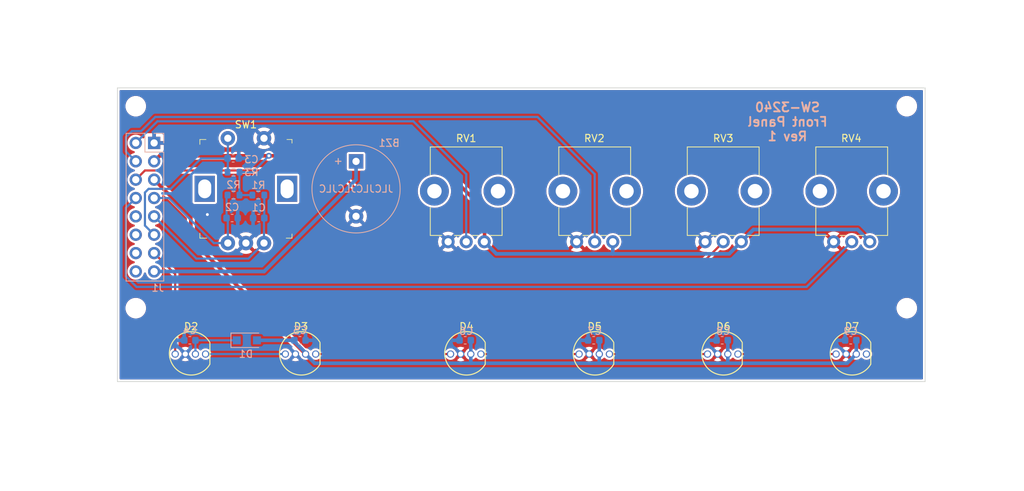
<source format=kicad_pcb>
(kicad_pcb (version 20211014) (generator pcbnew)
  (layers (0 "F.Cu" signal) (31 "B.Cu" signal) (34 "B.Paste" user) (35 "F.Paste" user) (36 "B.SilkS" user "B.Silkscreen") (37 "F.SilkS" user "F.Silkscreen") (38 "B.Mask" user) (39 "F.Mask" user) (44 "Edge.Cuts" user))
  (net 0 "")
  (net 1 "+3V3")
  (net 2 "/BUZZER")
  (net 3 "/ENC_B")
  (net 4 "GND")
  (net 5 "/ENC_A")
  (net 6 "/ENC_SW")
  (net 7 "+5V")
  (net 8 "Net-(C4-Pad2)")
  (net 9 "/LVL_1")
  (net 10 "/LVL_2")
  (net 11 "/LVL_3")
  (net 12 "Net-(D3-Pad1)")
  (net 13 "Net-(D5-Pad1)")
  (net 14 "Net-(D6-Pad1)")
  (net 15 "/LVL_4")
  (net 16 "Net-(D4-Pad1)")
  (net 17 "Net-(D2-Pad1)")
  (net 18 "/LED_DATA")
  (footprint "Potentiometer_THT:Potentiometer_Bourns_PTV09A-1_Single_Vertical" (layer "F.Cu") (at 175.347 96.347 90)
    (fp_text reference "RV3" (at 14.305 -2.5 180) (layer "F.SilkS"))
    (fp_text value "20K")
    (fp_line (start 0.88 0.87) (end 0.88 2.47) (layer "F.SilkS") (width 0.12))
    (fp_line (start 9.255 -7.47) (end 13.12 -7.47) (layer "F.SilkS") (width 0.12))
    (fp_line (start 0.88 -4.129) (end 0.88 -3.37) (layer "F.SilkS") (width 0.12))
    (fp_line (start 0.88 -1.629) (end 0.88 -0.87) (layer "F.SilkS") (width 0.12))
    (fp_line (start 0.88 -7.47) (end 0.88 -5.871) (layer "F.SilkS") (width 0.12))
    (fp_line (start 9.255 2.47) (end 13.12 2.47) (layer "F.SilkS") (width 0.12))
    (fp_line (start 13.12 -7.47) (end 13.12 2.47) (layer "F.SilkS") (width 0.12))
    (fp_line (start 0.88 -7.47) (end 4.745 -7.47) (layer "F.SilkS") (width 0.12))
    (fp_line (start 0.88 2.47) (end 4.745 2.47) (layer "F.SilkS") (width 0.12))
    (pad "" np_thru_hole circle locked (at 7 -6.9 90) (size 4 4) (drill 2) (layers *.Cu *.Mask))
    (pad "" np_thru_hole circle locked (at 7 1.9 90) (size 4 4) (drill 2) (layers *.Cu *.Mask))
    (pad "1" thru_hole circle locked (at 0 0 90) (size 1.8 1.8) (drill 1) (layers *.Cu *.Mask) (net 1 "+3V3"))
    (pad "2" thru_hole circle locked (at 0 -2.5 90) (size 1.8 1.8) (drill 1) (layers *.Cu *.Mask) (net 11 "/LVL_3"))
    (pad "3" thru_hole circle locked (at 0 -5 90) (size 1.8 1.8) (drill 1) (layers *.Cu *.Mask) (net 4 "GND"))
  )
  (footprint "SaawLib:Rotary_Encoder_Switched_PEC11R" (layer "F.Cu") (at 101.107 89.027)
    (fp_text reference "SW1" (at 5.7 -8.89 180) (layer "F.SilkS"))
    (fp_text value "PEC11R-4225F-S0024")
    (fp_line (start 0.275 6.825) (end -0.675 6.825) (layer "F.SilkS") (width 0.1))
    (fp_line (start -0.675 6.825) (end -0.675 6.15) (layer "F.SilkS") (width 0.1))
    (fp_line (start 12.075 6.25) (end 12.075 6.825) (layer "F.SilkS") (width 0.1))
    (fp_line (start -0.675 -6.825) (end -0.675 -6.15) (layer "F.SilkS") (width 0.1))
    (fp_line (start 0.175 -6.825) (end -0.675 -6.825) (layer "F.SilkS") (width 0.1))
    (fp_line (start 11.375 -6.825) (end 12.075 -6.825) (layer "F.SilkS") (width 0.1))
    (fp_line (start 12.075 6.825) (end 11.275 6.825) (layer "F.SilkS") (width 0.1))
    (fp_line (start 12.075 -6.825) (end 12.075 -6.325) (layer "F.SilkS") (width 0.1))
    (pad "3" thru_hole rect locked (at 0 0) (size 2.8 3.6) (drill oval 1.8 2.6) (layers *.Cu *.Mask))
    (pad "3" thru_hole rect locked (at 11.4 0) (size 2.8 3.6) (drill oval 1.8 2.6) (layers *.Cu *.Mask))
    (pad "A" thru_hole circle locked (at 3.2 7.5) (size 2 2) (drill 1) (layers *.Cu *.Mask) (net 5 "/ENC_A"))
    (pad "B" thru_hole circle locked (at 8.2 7.5) (size 2 2) (drill 1) (layers *.Cu *.Mask) (net 3 "/ENC_B"))
    (pad "C" thru_hole circle locked (at 5.7 7.5) (size 2 2) (drill 1) (layers *.Cu *.Mask) (net 4 "GND"))
    (pad "S1" thru_hole circle locked (at 3.2 -7) (size 2 2) (drill 1) (layers *.Cu *.Mask) (net 6 "/ENC_SW"))
    (pad "S2" thru_hole circle locked (at 8.2 -7) (size 2 2) (drill 1) (layers *.Cu *.Mask) (net 4 "GND"))
  )
  (footprint "Potentiometer_THT:Potentiometer_Bourns_PTV09A-1_Single_Vertical" (layer "F.Cu") (at 139.787 96.347 90)
    (fp_text reference "RV1" (at 14.305 -2.5 180) (layer "F.SilkS"))
    (fp_text value "20K")
    (fp_line (start 9.255 -7.47) (end 13.12 -7.47) (layer "F.SilkS") (width 0.12))
    (fp_line (start 0.88 2.47) (end 4.745 2.47) (layer "F.SilkS") (width 0.12))
    (fp_line (start 0.88 -1.629) (end 0.88 -0.87) (layer "F.SilkS") (width 0.12))
    (fp_line (start 9.255 2.47) (end 13.12 2.47) (layer "F.SilkS") (width 0.12))
    (fp_line (start 0.88 -4.129) (end 0.88 -3.37) (layer "F.SilkS") (width 0.12))
    (fp_line (start 13.12 -7.47) (end 13.12 2.47) (layer "F.SilkS") (width 0.12))
    (fp_line (start 0.88 -7.47) (end 0.88 -5.871) (layer "F.SilkS") (width 0.12))
    (fp_line (start 0.88 0.87) (end 0.88 2.47) (layer "F.SilkS") (width 0.12))
    (fp_line (start 0.88 -7.47) (end 4.745 -7.47) (layer "F.SilkS") (width 0.12))
    (pad "" np_thru_hole circle locked (at 7 -6.9 90) (size 4 4) (drill 2) (layers *.Cu *.Mask))
    (pad "" np_thru_hole circle locked (at 7 1.9 90) (size 4 4) (drill 2) (layers *.Cu *.Mask))
    (pad "1" thru_hole circle locked (at 0 0 90) (size 1.8 1.8) (drill 1) (layers *.Cu *.Mask) (net 1 "+3V3"))
    (pad "2" thru_hole circle locked (at 0 -2.5 90) (size 1.8 1.8) (drill 1) (layers *.Cu *.Mask) (net 9 "/LVL_1"))
    (pad "3" thru_hole circle locked (at 0 -5 90) (size 1.8 1.8) (drill 1) (layers *.Cu *.Mask) (net 4 "GND"))
  )
  (footprint "SaawLib:WS2812D-F5" (layer "F.Cu") (at 99.187 111.887)
    (fp_text reference "D2" (at 0.035 -3.81) (layer "F.SilkS"))
    (fp_text value "WS2812D")
    (fp_line (start 2.635 -1.5) (end 2.635 1.4) (layer "F.SilkS") (width 0.15))
    (fp_arc (start 2.608907 1.444345) (mid -2.966556 -0.125726) (end 2.635 -1.6) (layer "F.SilkS") (width 0.15))
    (pad "1" thru_hole circle locked (at 2.035 0) (size 1 1) (drill 0.7) (layers *.Cu *.Mask) (net 17 "Net-(D2-Pad1)"))
    (pad "2" thru_hole circle locked (at 0.635 0) (size 1 1) (drill 0.7) (layers *.Cu *.Mask) (net 8 "Net-(C4-Pad2)"))
    (pad "3" thru_hole circle locked (at -0.765 0) (size 1 1) (drill 0.7) (layers *.Cu *.Mask) (net 4 "GND"))
    (pad "4" thru_hole circle locked (at -2.165 0) (size 1 1) (drill 0.7) (layers *.Cu *.Mask) (net 18 "/LED_DATA"))
  )
  (footprint "SaawLib:WS2812D-F5" (layer "F.Cu") (at 114.427 111.887)
    (fp_text reference "D3" (at 0 -3.81) (layer "F.SilkS"))
    (fp_text value "WS2812D")
    (fp_line (start 2.635 -1.5) (end 2.635 1.4) (layer "F.SilkS") (width 0.15))
    (fp_arc (start 2.608907 1.444345) (mid -2.966556 -0.125726) (end 2.635 -1.6) (layer "F.SilkS") (width 0.15))
    (pad "1" thru_hole circle locked (at 2.035 0) (size 1 1) (drill 0.7) (layers *.Cu *.Mask) (net 12 "Net-(D3-Pad1)"))
    (pad "2" thru_hole circle locked (at 0.635 0) (size 1 1) (drill 0.7) (layers *.Cu *.Mask) (net 7 "+5V"))
    (pad "3" thru_hole circle locked (at -0.765 0) (size 1 1) (drill 0.7) (layers *.Cu *.Mask) (net 4 "GND"))
    (pad "4" thru_hole circle locked (at -2.165 0) (size 1 1) (drill 0.7) (layers *.Cu *.Mask) (net 17 "Net-(D2-Pad1)"))
  )
  (footprint "Potentiometer_THT:Potentiometer_Bourns_PTV09A-1_Single_Vertical" (layer "F.Cu") (at 157.567 96.347 90)
    (fp_text reference "RV2" (at 14.305 -2.556861 180) (layer "F.SilkS"))
    (fp_text value "20K")
    (fp_line (start 0.88 -1.629) (end 0.88 -0.87) (layer "F.SilkS") (width 0.12))
    (fp_line (start 0.88 2.47) (end 4.745 2.47) (layer "F.SilkS") (width 0.12))
    (fp_line (start 9.255 -7.47) (end 13.12 -7.47) (layer "F.SilkS") (width 0.12))
    (fp_line (start 0.88 -7.47) (end 4.745 -7.47) (layer "F.SilkS") (width 0.12))
    (fp_line (start 13.12 -7.47) (end 13.12 2.47) (layer "F.SilkS") (width 0.12))
    (fp_line (start 0.88 -4.129) (end 0.88 -3.37) (layer "F.SilkS") (width 0.12))
    (fp_line (start 0.88 0.87) (end 0.88 2.47) (layer "F.SilkS") (width 0.12))
    (fp_line (start 0.88 -7.47) (end 0.88 -5.871) (layer "F.SilkS") (width 0.12))
    (fp_line (start 9.255 2.47) (end 13.12 2.47) (layer "F.SilkS") (width 0.12))
    (pad "" np_thru_hole circle locked (at 7 -6.9 90) (size 4 4) (drill 2) (layers *.Cu *.Mask))
    (pad "" np_thru_hole circle locked (at 7 1.9 90) (size 4 4) (drill 2) (layers *.Cu *.Mask))
    (pad "1" thru_hole circle locked (at 0 0 90) (size 1.8 1.8) (drill 1) (layers *.Cu *.Mask) (net 1 "+3V3"))
    (pad "2" thru_hole circle locked (at 0 -2.5 90) (size 1.8 1.8) (drill 1) (layers *.Cu *.Mask) (net 10 "/LVL_2"))
    (pad "3" thru_hole circle locked (at 0 -5 90) (size 1.8 1.8) (drill 1) (layers *.Cu *.Mask) (net 4 "GND"))
  )
  (footprint "SaawLib:WS2812D-F5" (layer "F.Cu") (at 137.287 111.887)
    (fp_text reference "D4" (at 0.035 -3.81) (layer "F.SilkS"))
    (fp_text value "WS2812D")
    (fp_line (start 2.635 -1.5) (end 2.635 1.4) (layer "F.SilkS") (width 0.15))
    (fp_arc (start 2.608907 1.444345) (mid -2.966556 -0.125726) (end 2.635 -1.6) (layer "F.SilkS") (width 0.15))
    (pad "1" thru_hole circle locked (at 2.035 0) (size 1 1) (drill 0.7) (layers *.Cu *.Mask) (net 16 "Net-(D4-Pad1)"))
    (pad "2" thru_hole circle locked (at 0.635 0) (size 1 1) (drill 0.7) (layers *.Cu *.Mask) (net 7 "+5V"))
    (pad "3" thru_hole circle locked (at -0.765 0) (size 1 1) (drill 0.7) (layers *.Cu *.Mask) (net 4 "GND"))
    (pad "4" thru_hole circle locked (at -2.165 0) (size 1 1) (drill 0.7) (layers *.Cu *.Mask) (net 12 "Net-(D3-Pad1)"))
  )
  (footprint "Potentiometer_THT:Potentiometer_Bourns_PTV09A-1_Single_Vertical" (layer "F.Cu") (at 193.127 96.347 90)
    (fp_text reference "RV4" (at 14.305 -2.556861 180) (layer "F.SilkS"))
    (fp_text value "20K")
    (fp_line (start 0.88 -4.129) (end 0.88 -3.37) (layer "F.SilkS") (width 0.12))
    (fp_line (start 0.88 -7.47) (end 4.745 -7.47) (layer "F.SilkS") (width 0.12))
    (fp_line (start 0.88 -7.47) (end 0.88 -5.871) (layer "F.SilkS") (width 0.12))
    (fp_line (start 9.255 -7.47) (end 13.12 -7.47) (layer "F.SilkS") (width 0.12))
    (fp_line (start 0.88 0.87) (end 0.88 2.47) (layer "F.SilkS") (width 0.12))
    (fp_line (start 9.255 2.47) (end 13.12 2.47) (layer "F.SilkS") (width 0.12))
    (fp_line (start 0.88 2.47) (end 4.745 2.47) (layer "F.SilkS") (width 0.12))
    (fp_line (start 0.88 -1.629) (end 0.88 -0.87) (layer "F.SilkS") (width 0.12))
    (fp_line (start 13.12 -7.47) (end 13.12 2.47) (layer "F.SilkS") (width 0.12))
    (pad "" np_thru_hole circle locked (at 7 -6.9 90) (size 4 4) (drill 2) (layers *.Cu *.Mask))
    (pad "" np_thru_hole circle locked (at 7 1.9 90) (size 4 4) (drill 2) (layers *.Cu *.Mask))
    (pad "1" thru_hole circle locked (at 0 0 90) (size 1.8 1.8) (drill 1) (layers *.Cu *.Mask) (net 1 "+3V3"))
    (pad "2" thru_hole circle locked (at 0 -2.5 90) (size 1.8 1.8) (drill 1) (layers *.Cu *.Mask) (net 15 "/LVL_4"))
    (pad "3" thru_hole circle locked (at 0 -5 90) (size 1.8 1.8) (drill 1) (layers *.Cu *.Mask) (net 4 "GND"))
  )
  (footprint "SaawLib:WS2812D-F5" (layer "F.Cu") (at 155.067 111.887)
    (fp_text reference "D5" (at 0 -3.81) (layer "F.SilkS"))
    (fp_text value "WS2812D")
    (fp_line (start 2.635 -1.5) (end 2.635 1.4) (layer "F.SilkS") (width 0.15))
    (fp_arc (start 2.608907 1.444345) (mid -2.966556 -0.125726) (end 2.635 -1.6) (layer "F.SilkS") (width 0.15))
    (pad "1" thru_hole circle locked (at 2.035 0) (size 1 1) (drill 0.7) (layers *.Cu *.Mask) (net 13 "Net-(D5-Pad1)"))
    (pad "2" thru_hole circle locked (at 0.635 0) (size 1 1) (drill 0.7) (layers *.Cu *.Mask) (net 7 "+5V"))
    (pad "3" thru_hole circle locked (at -0.765 0) (size 1 1) (drill 0.7) (layers *.Cu *.Mask) (net 4 "GND"))
    (pad "4" thru_hole circle locked (at -2.165 0) (size 1 1) (drill 0.7) (layers *.Cu *.Mask) (net 16 "Net-(D4-Pad1)"))
  )
  (footprint "SaawLib:WS2812D-F5" (layer "F.Cu") (at 190.627 111.887)
    (fp_text reference "D7" (at 0.035 -3.81) (layer "F.SilkS"))
    (fp_text value "WS2812D")
    (fp_line (start 2.635 -1.5) (end 2.635 1.4) (layer "F.SilkS") (width 0.15))
    (fp_arc (start 2.608907 1.444345) (mid -2.966556 -0.125726) (end 2.635 -1.6) (layer "F.SilkS") (width 0.15))
    (pad "1" thru_hole circle locked (at 2.035 0) (size 1 1) (drill 0.7) (layers *.Cu *.Mask))
    (pad "2" thru_hole circle locked (at 0.635 0) (size 1 1) (drill 0.7) (layers *.Cu *.Mask) (net 7 "+5V"))
    (pad "3" thru_hole circle locked (at -0.765 0) (size 1 1) (drill 0.7) (layers *.Cu *.Mask) (net 4 "GND"))
    (pad "4" thru_hole circle locked (at -2.165 0) (size 1 1) (drill 0.7) (layers *.Cu *.Mask) (net 14 "Net-(D6-Pad1)"))
  )
  (footprint "SaawLib:WS2812D-F5" (layer "F.Cu") (at 172.847 111.887)
    (fp_text reference "D6" (at 0.035 -3.81) (layer "F.SilkS"))
    (fp_text value "WS2812D")
    (fp_line (start 2.635 -1.5) (end 2.635 1.4) (layer "F.SilkS") (width 0.15))
    (fp_arc (start 2.608907 1.444345) (mid -2.966556 -0.125726) (end 2.635 -1.6) (layer "F.SilkS") (width 0.15))
    (pad "1" thru_hole circle locked (at 2.035 0) (size 1 1) (drill 0.7) (layers *.Cu *.Mask) (net 14 "Net-(D6-Pad1)"))
    (pad "2" thru_hole circle locked (at 0.635 0) (size 1 1) (drill 0.7) (layers *.Cu *.Mask) (net 7 "+5V"))
    (pad "3" thru_hole circle locked (at -0.765 0) (size 1 1) (drill 0.7) (layers *.Cu *.Mask) (net 4 "GND"))
    (pad "4" thru_hole circle locked (at -2.165 0) (size 1 1) (drill 0.7) (layers *.Cu *.Mask) (net 13 "Net-(D5-Pad1)"))
  )
  (footprint "Diode_SMD:D_SOD-123F" (layer "B.Cu") (at 106.934 109.982)
    (fp_text reference "D1" (at -0.127 1.905) (layer "B.SilkS") (effects (justify mirror)))
    (fp_text value "MBR120")
    (fp_line (start -2.2 -1) (end 1.65 -1) (layer "B.SilkS") (width 0.12))
    (fp_line (start -2.2 1) (end 1.65 1) (layer "B.SilkS") (width 0.12))
    (fp_line (start -2.2 1) (end -2.2 -1) (layer "B.SilkS") (width 0.12))
    (pad "1" smd rect locked (at -1.4 0) (size 1.1 1.1) (layers "B.Cu" "B.Paste" "B.Mask") (net 8 "Net-(C4-Pad2)"))
    (pad "2" smd rect locked (at 1.4 0) (size 1.1 1.1) (layers "B.Cu" "B.Paste" "B.Mask") (net 7 "+5V"))
  )
  (footprint "Resistor_SMD:R_0603_1608Metric" (layer "B.Cu") (at 105.092 89.892 180)
    (fp_text reference "R2" (at 0 1.43) (layer "B.SilkS") (effects (justify mirror)))
    (fp_text value "10K")
    (fp_line (start -0.237258 -0.5225) (end 0.237258 -0.5225) (layer "B.SilkS") (width 0.12))
    (fp_line (start -0.237258 0.5225) (end 0.237258 0.5225) (layer "B.SilkS") (width 0.12))
    (pad "1" smd roundrect locked (at -0.825 0 180) (size 0.8 0.95) (layers "B.Cu" "B.Paste" "B.Mask") (net 1 "+3V3"))
    (pad "2" smd roundrect locked (at 0.825 0 180) (size 0.8 0.95) (layers "B.Cu" "B.Paste" "B.Mask") (net 5 "/ENC_A"))
  )
  (footprint "Resistor_SMD:R_0603_1608Metric" (layer "B.Cu") (at 108.522 89.892)
    (fp_text reference "R1" (at 0 -1.373) (layer "B.SilkS") (effects (justify mirror)))
    (fp_text value "10K")
    (fp_line (start -0.237258 -0.5225) (end 0.237258 -0.5225) (layer "B.SilkS") (width 0.12))
    (fp_line (start -0.237258 0.5225) (end 0.237258 0.5225) (layer "B.SilkS") (width 0.12))
    (pad "1" smd roundrect locked (at -0.825 0) (size 0.8 0.95) (layers "B.Cu" "B.Paste" "B.Mask") (net 1 "+3V3"))
    (pad "2" smd roundrect locked (at 0.825 0) (size 0.8 0.95) (layers "B.Cu" "B.Paste" "B.Mask") (net 3 "/ENC_B"))
  )
  (footprint "Capacitor_SMD:C_0603_1608Metric" (layer "B.Cu") (at 137.147 109.982)
    (fp_text reference "C6" (at 0.14058 -1.27) (layer "B.SilkS") (effects (justify mirror)))
    (fp_text value "100nF")
    (fp_line (start -0.14058 -0.51) (end 0.14058 -0.51) (layer "B.SilkS") (width 0.12))
    (fp_line (start -0.14058 0.51) (end 0.14058 0.51) (layer "B.SilkS") (width 0.12))
    (pad "1" smd roundrect locked (at -0.775 0) (size 0.9 0.95) (layers "B.Cu" "B.Paste" "B.Mask") (net 4 "GND"))
    (pad "2" smd roundrect locked (at 0.775 0) (size 0.9 0.95) (layers "B.Cu" "B.Paste" "B.Mask") (net 7 "+5V"))
  )
  (footprint "MountingHole:MountingHole_2.2mm_M2" (layer "B.Cu") (at 91.567 105.537 180)
    (fp_text reference "H2" hide)
    (fp_text value "MountingHole")
    (pad "" np_thru_hole circle locked (at 0 0 180) (size 2.2 2.2) (drill 2.2) (layers *.Cu *.Mask))
  )
  (footprint "Capacitor_SMD:C_0603_1608Metric" (layer "B.Cu") (at 104.902 93.067)
    (fp_text reference "C2" (at 0 -1.5) (layer "B.SilkS") (effects (justify mirror)))
    (fp_text value "10nF")
    (fp_line (start -0.14058 -0.51) (end 0.14058 -0.51) (layer "B.SilkS") (width 0.12))
    (fp_line (start -0.14058 0.51) (end 0.14058 0.51) (layer "B.SilkS") (width 0.12))
    (pad "1" smd roundrect locked (at -0.775 0) (size 0.9 0.95) (layers "B.Cu" "B.Paste" "B.Mask") (net 5 "/ENC_A"))
    (pad "2" smd roundrect locked (at 0.775 0) (size 0.9 0.95) (layers "B.Cu" "B.Paste" "B.Mask") (net 4 "GND"))
  )
  (footprint "Capacitor_SMD:C_0603_1608Metric" (layer "B.Cu") (at 172.707 109.982)
    (fp_text reference "C8" (at 0.14 -1.27) (layer "B.SilkS") (effects (justify mirror)))
    (fp_text value "100nF")
    (fp_line (start -0.14058 -0.51) (end 0.14058 -0.51) (layer "B.SilkS") (width 0.12))
    (fp_line (start -0.14058 0.51) (end 0.14058 0.51) (layer "B.SilkS") (width 0.12))
    (pad "1" smd roundrect locked (at -0.775 0) (size 0.9 0.95) (layers "B.Cu" "B.Paste" "B.Mask") (net 4 "GND"))
    (pad "2" smd roundrect locked (at 0.775 0) (size 0.9 0.95) (layers "B.Cu" "B.Paste" "B.Mask") (net 7 "+5V"))
  )
  (footprint "Capacitor_SMD:C_0603_1608Metric" (layer "B.Cu") (at 154.927 109.982)
    (fp_text reference "C7" (at 0.14 -1.27) (layer "B.SilkS") (effects (justify mirror)))
    (fp_text value "100nF")
    (fp_line (start -0.14058 -0.51) (end 0.14058 -0.51) (layer "B.SilkS") (width 0.12))
    (fp_line (start -0.14058 0.51) (end 0.14058 0.51) (layer "B.SilkS") (width 0.12))
    (pad "1" smd roundrect locked (at -0.775 0) (size 0.9 0.95) (layers "B.Cu" "B.Paste" "B.Mask") (net 4 "GND"))
    (pad "2" smd roundrect locked (at 0.775 0) (size 0.9 0.95) (layers "B.Cu" "B.Paste" "B.Mask") (net 7 "+5V"))
  )
  (footprint "Capacitor_SMD:C_0603_1608Metric" (layer "B.Cu") (at 108.572 93.067 180)
    (fp_text reference "C1" (at 0 1.43) (layer "B.SilkS") (effects (justify mirror)))
    (fp_text value "10nF")
    (fp_line (start -0.14058 -0.51) (end 0.14058 -0.51) (layer "B.SilkS") (width 0.12))
    (fp_line (start -0.14058 0.51) (end 0.14058 0.51) (layer "B.SilkS") (width 0.12))
    (pad "1" smd roundrect locked (at -0.775 0 180) (size 0.9 0.95) (layers "B.Cu" "B.Paste" "B.Mask") (net 3 "/ENC_B"))
    (pad "2" smd roundrect locked (at 0.775 0 180) (size 0.9 0.95) (layers "B.Cu" "B.Paste" "B.Mask") (net 4 "GND"))
  )
  (footprint "Capacitor_SMD:C_0603_1608Metric" (layer "B.Cu") (at 99.047 109.982)
    (fp_text reference "C4" (at 0 -1.397) (layer "B.SilkS") (effects (justify mirror)))
    (fp_text value "100nF")
    (fp_line (start -0.14058 -0.51) (end 0.14058 -0.51) (layer "B.SilkS") (width 0.12))
    (fp_line (start -0.14058 0.51) (end 0.14058 0.51) (layer "B.SilkS") (width 0.12))
    (pad "1" smd roundrect locked (at -0.775 0) (size 0.9 0.95) (layers "B.Cu" "B.Paste" "B.Mask") (net 4 "GND"))
    (pad "2" smd roundrect locked (at 0.775 0) (size 0.9 0.95) (layers "B.Cu" "B.Paste" "B.Mask") (net 8 "Net-(C4-Pad2)"))
  )
  (footprint "Connector_PinHeader_2.54mm:PinHeader_2x08_P2.54mm_Vertical" (layer "B.Cu") (at 94.107 82.677 180)
    (fp_text reference "J1" (at -0.508 -20.066) (layer "B.SilkS") (effects (justify mirror)))
    (fp_text value "MAIN_BOARD")
    (fp_line (start -1.33 1.33) (end 0 1.33) (layer "B.SilkS") (width 0.12))
    (fp_line (start 1.27 1.33) (end 3.87 1.33) (layer "B.SilkS") (width 0.12))
    (fp_line (start -1.33 -19.11) (end 3.87 -19.11) (layer "B.SilkS") (width 0.12))
    (fp_line (start 1.27 -1.27) (end 1.27 1.33) (layer "B.SilkS") (width 0.12))
    (fp_line (start 3.87 1.33) (end 3.87 -19.11) (layer "B.SilkS") (width 0.12))
    (fp_line (start -1.33 -1.27) (end 1.27 -1.27) (layer "B.SilkS") (width 0.12))
    (fp_line (start -1.33 0) (end -1.33 1.33) (layer "B.SilkS") (width 0.12))
    (fp_line (start -1.33 -1.27) (end -1.33 -19.11) (layer "B.SilkS") (width 0.12))
    (pad "1" thru_hole rect locked (at 0 0 180) (size 1.7 1.7) (drill 1) (layers *.Cu *.Mask) (net 4 "GND"))
    (pad "2" thru_hole oval locked (at 2.54 0 180) (size 1.7 1.7) (drill 1) (layers *.Cu *.Mask) (net 9 "/LVL_1"))
    (pad "3" thru_hole oval locked (at 0 -2.54 180) (size 1.7 1.7) (drill 1) (layers *.Cu *.Mask) (net 1 "+3V3"))
    (pad "4" thru_hole oval locked (at 2.54 -2.54 180) (size 1.7 1.7) (drill 1) (layers *.Cu *.Mask) (net 10 "/LVL_2"))
    (pad "5" thru_hole oval locked (at 0 -5.08 180) (size 1.7 1.7) (drill 1) (layers *.Cu *.Mask) (net 7 "+5V"))
    (pad "6" thru_hole oval locked (at 2.54 -5.08 180) (size 1.7 1.7) (drill 1) (layers *.Cu *.Mask) (net 11 "/LVL_3"))
    (pad "7" thru_hole oval locked (at 0 -7.62 180) (size 1.7 1.7) (drill 1) (layers *.Cu *.Mask) (net 5 "/ENC_A"))
    (pad "8" thru_hole oval locked (at 2.54 -7.62 180) (size 1.7 1.7) (drill 1) (layers *.Cu *.Mask) (net 15 "/LVL_4"))
    (pad "9" thru_hole oval locked (at 0 -10.16 180) (size 1.7 1.7) (drill 1) (layers *.Cu *.Mask) (net 3 "/ENC_B"))
    (pad "10" thru_hole oval locked (at 2.54 -10.16 180) (size 1.7 1.7) (drill 1) (layers *.Cu *.Mask))
    (pad "11" thru_hole oval locked (at 0 -12.7 180) (size 1.7 1.7) (drill 1) (layers *.Cu *.Mask) (net 6 "/ENC_SW"))
    (pad "12" thru_hole oval locked (at 2.54 -12.7 180) (size 1.7 1.7) (drill 1) (layers *.Cu *.Mask))
    (pad "13" thru_hole oval locked (at 0 -15.24 180) (size 1.7 1.7) (drill 1) (layers *.Cu *.Mask) (net 18 "/LED_DATA"))
    (pad "14" thru_hole oval locked (at 2.54 -15.24 180) (size 1.7 1.7) (drill 1) (layers *.Cu *.Mask))
    (pad "15" thru_hole oval locked (at 0 -17.78 180) (size 1.7 1.7) (drill 1) (layers *.Cu *.Mask) (net 2 "/BUZZER"))
    (pad "16" thru_hole oval locked (at 2.54 -17.78 180) (size 1.7 1.7) (drill 1) (layers *.Cu *.Mask))
  )
  (footprint "MountingHole:MountingHole_2.2mm_M2" (layer "B.Cu") (at 198.247 105.537 180)
    (fp_text reference "H1" hide)
    (fp_text value "MountingHole")
    (pad "" np_thru_hole circle locked (at 0 0 180) (size 2.2 2.2) (drill 2.2) (layers *.Cu *.Mask))
  )
  (footprint "Resistor_SMD:R_0603_1608Metric" (layer "B.Cu") (at 105.092 86.717 180)
    (fp_text reference "R3" (at -2.477 -0.024) (layer "B.SilkS") (effects (justify mirror)))
    (fp_text value "10K")
    (fp_line (start -0.237258 -0.5225) (end 0.237258 -0.5225) (layer "B.SilkS") (width 0.12))
    (fp_line (start -0.237258 0.5225) (end 0.237258 0.5225) (layer "B.SilkS") (width 0.12))
    (pad "1" smd roundrect locked (at -0.825 0 180) (size 0.8 0.95) (layers "B.Cu" "B.Paste" "B.Mask") (net 1 "+3V3"))
    (pad "2" smd roundrect locked (at 0.825 0 180) (size 0.8 0.95) (layers "B.Cu" "B.Paste" "B.Mask") (net 6 "/ENC_SW"))
  )
  (footprint "Capacitor_SMD:C_0603_1608Metric" (layer "B.Cu") (at 105.042 84.812)
    (fp_text reference "C3" (at 2.527 0.151) (layer "B.SilkS") (effects (justify mirror)))
    (fp_text value "10nF")
    (fp_line (start -0.14058 0.51) (end 0.14058 0.51) (layer "B.SilkS") (width 0.12))
    (fp_line (start -0.14058 -0.51) (end 0.14058 -0.51) (layer "B.SilkS") (width 0.12))
    (pad "1" smd roundrect locked (at -0.775 0) (size 0.9 0.95) (layers "B.Cu" "B.Paste" "B.Mask") (net 6 "/ENC_SW"))
    (pad "2" smd roundrect locked (at 0.775 0) (size 0.9 0.95) (layers "B.Cu" "B.Paste" "B.Mask") (net 4 "GND"))
  )
  (footprint "Capacitor_SMD:C_0603_1608Metric" (layer "B.Cu") (at 190.487 109.982)
    (fp_text reference "C9" (at 0 -1.27) (layer "B.SilkS") (effects (justify mirror)))
    (fp_text value "100nF")
    (fp_line (start -0.14058 -0.51) (end 0.14058 -0.51) (layer "B.SilkS") (width 0.12))
    (fp_line (start -0.14058 0.51) (end 0.14058 0.51) (layer "B.SilkS") (width 0.12))
    (pad "1" smd roundrect locked (at -0.775 0) (size 0.9 0.95) (layers "B.Cu" "B.Paste" "B.Mask") (net 4 "GND"))
    (pad "2" smd roundrect locked (at 0.775 0) (size 0.9 0.95) (layers "B.Cu" "B.Paste" "B.Mask") (net 7 "+5V"))
  )
  (footprint "MountingHole:MountingHole_2.2mm_M2" (layer "B.Cu") (at 91.567 77.597 180)
    (fp_text reference "H3" hide)
    (fp_text value "MountingHole")
    (pad "" np_thru_hole circle locked (at 0 0 180) (size 2.2 2.2) (drill 2.2) (layers *.Cu *.Mask))
  )
  (footprint "MountingHole:MountingHole_2.2mm_M2" (layer "B.Cu") (at 198.247 77.597 180)
    (fp_text reference "H4" hide)
    (fp_text value "MountingHole")
    (pad "" np_thru_hole circle locked (at 0 0 180) (size 2.2 2.2) (drill 2.2) (layers *.Cu *.Mask))
  )
  (footprint "Buzzer_Beeper:Buzzer_12x9.5RM7.6" (layer "B.Cu") (at 122.047 85.227 -90)
    (fp_text reference "BZ1" (at -2.54 -4.572) (layer "B.SilkS") (effects (justify mirror)))
    (fp_text value "Buzzer")
    (fp_text user "+" (at -0.01 2.54 90) (layer "B.SilkS") (effects (justify mirror)))
    (fp_circle (center 3.8 0) (end 9.9 0) (layer "B.SilkS") (width 0.12) (fill none))
    (pad "1" thru_hole rect locked (at 0 0 270) (size 2 2) (drill 1) (layers *.Cu *.Mask) (net 2 "/BUZZER"))
    (pad "2" thru_hole circle locked (at 7.6 0 270) (size 2 2) (drill 1) (layers *.Cu *.Mask) (net 4 "GND"))
  )
  (footprint "Capacitor_SMD:C_0603_1608Metric" (layer "B.Cu") (at 114.287 109.982 180)
    (fp_text reference "C5" (at -0.00726 1.382387) (layer "B.SilkS") (effects (justify mirror)))
    (fp_text value "100nF")
    (fp_line (start -0.14058 -0.51) (end 0.14058 -0.51) (layer "B.SilkS") (width 0.12))
    (fp_line (start -0.14058 0.51) (end 0.14058 0.51) (layer "B.SilkS") (width 0.12))
    (pad "1" smd roundrect locked (at -0.775 0 180) (size 0.9 0.95) (layers "B.Cu" "B.Paste" "B.Mask") (net 4 "GND"))
    (pad "2" smd roundrect locked (at 0.775 0 180) (size 0.9 0.95) (layers "B.Cu" "B.Paste" "B.Mask") (net 7 "+5V"))
  )
  (gr_line (start 200.787 75.057) (end 89.027 75.057) (layer "Edge.Cuts") (width 0.1))
  (gr_line (start 200.787 75.057) (end 200.787 115.697) (layer "Edge.Cuts") (width 0.1))
  (gr_line (start 89.027 115.697) (end 89.027 75.057) (layer "Edge.Cuts") (width 0.1))
  (gr_line (start 89.027 115.697) (end 200.787 115.697) (layer "Edge.Cuts") (width 0.1))
  (gr_text "JLCJLCJLCJLC" (at 122.047 89.027) (layer "B.SilkS") (effects (font (size 1 1)) (justify mirror)))
  (gr_text "SW-3240\nFront Panel\nRev 1" (at 181.737 79.756) (layer "B.SilkS") (effects (font (size 1.25 1.25) (thickness 0.25)) (justify mirror)))
  (segment (start 130.302 82.423) (end 113.157 82.423) (width 0.5) (layer "F.Cu") (net 1))
  (segment (start 111.125 84.455) (end 94.869 84.455) (width 0.5) (layer "F.Cu") (net 1))
  (segment (start 139.827 91.948) (end 130.302 82.423) (width 0.5) (layer "F.Cu") (net 1))
  (segment (start 113.157 82.423) (end 111.125 84.455) (width 0.5) (layer "F.Cu") (net 1))
  (segment (start 94.869 84.455) (end 94.107 85.217) (width 0.5) (layer "F.Cu") (net 1))
  (segment (start 139.827 96.307) (end 139.827 91.948) (width 0.5) (layer "F.Cu") (net 1))
  (segment (start 139.787 96.347) (end 139.827 96.307) (width 0.5) (layer "F.Cu") (net 1))
  (via (at 109.982 84.453667) (size 0.8) (drill 0.4) (layers "F.Cu" "B.Cu") (net 1))
  (segment (start 191.43433 94.65433) (end 193.127 96.347) (width 0.5) (layer "B.Cu") (net 1))
  (segment (start 157.567 96.347) (end 157.567 98.017113) (width 0.5) (layer "B.Cu") (net 1))
  (segment (start 177.03967 94.65433) (end 191.43433 94.65433) (width 0.5) (layer "B.Cu") (net 1))
  (segment (start 109.982 84.463737) (end 109.982 84.453667) (width 0.3) (layer "B.Cu") (net 1))
  (segment (start 139.787 96.347) (end 141.462293 98.022293) (width 0.5) (layer "B.Cu") (net 1))
  (segment (start 141.462293 98.022293) (end 157.57218 98.022293) (width 0.5) (layer "B.Cu") (net 1))
  (segment (start 105.917 86.717) (end 107.728737 86.717) (width 0.3) (layer "B.Cu") (net 1))
  (segment (start 173.671707 98.022293) (end 175.347 96.347) (width 0.5) (layer "B.Cu") (net 1))
  (segment (start 105.917 86.717) (end 105.917 89.892) (width 0.3) (layer "B.Cu") (net 1))
  (segment (start 175.347 96.347) (end 177.03967 94.65433) (width 0.5) (layer "B.Cu") (net 1))
  (segment (start 157.57218 98.022293) (end 173.671707 98.022293) (width 0.5) (layer "B.Cu") (net 1))
  (segment (start 157.567 98.017113) (end 157.57218 98.022293) (width 0.5) (layer "B.Cu") (net 1))
  (segment (start 107.728737 86.717) (end 109.982 84.463737) (width 0.3) (layer "B.Cu") (net 1))
  (segment (start 105.917 89.892) (end 107.697 89.892) (width 0.3) (layer "B.Cu") (net 1))
  (segment (start 122.047 87.736331) (end 122.047 85.227) (width 0.5) (layer "B.Cu") (net 2))
  (segment (start 109.326331 100.457) (end 122.047 87.736331) (width 0.5) (layer "B.Cu") (net 2))
  (segment (start 94.107 100.457) (end 109.326331 100.457) (width 0.5) (layer "B.Cu") (net 2))
  (segment (start 109.347 93.067) (end 109.347 89.892) (width 0.3) (layer "B.Cu") (net 3))
  (segment (start 109.307 93.107) (end 109.347 93.067) (width 0.3) (layer "B.Cu") (net 3))
  (segment (start 94.107 92.837) (end 99.949 98.679) (width 0.3) (layer "B.Cu") (net 3))
  (segment (start 99.949 98.679) (end 107.155 98.679) (width 0.3) (layer "B.Cu") (net 3))
  (segment (start 109.307 96.527) (end 109.307 93.107) (width 0.3) (layer "B.Cu") (net 3))
  (segment (start 107.155 98.679) (end 109.307 96.527) (width 0.3) (layer "B.Cu") (net 3))
  (via (at 101.473 92.583) (size 0.8) (drill 0.4) (layers "F.Cu" "B.Cu") (net 4))
  (segment (start 96.139 90.297) (end 102.369 96.527) (width 0.3) (layer "B.Cu") (net 5))
  (segment (start 104.307 96.527) (end 104.307 93.247) (width 0.3) (layer "B.Cu") (net 5))
  (segment (start 104.307 93.247) (end 104.127 93.067) (width 0.3) (layer "B.Cu") (net 5))
  (segment (start 102.369 96.527) (end 104.307 96.527) (width 0.3) (layer "B.Cu") (net 5))
  (segment (start 104.127 93.067) (end 104.127 90.032) (width 0.3) (layer "B.Cu") (net 5))
  (segment (start 104.127 90.032) (end 104.267 89.892) (width 0.3) (layer "B.Cu") (net 5))
  (segment (start 94.107 90.297) (end 96.139 90.297) (width 0.3) (layer "B.Cu") (net 5))
  (segment (start 92.837 94.107) (end 92.837 89.535) (width 0.3) (layer "B.Cu") (net 6))
  (segment (start 104.307 86.677) (end 104.267 86.717) (width 0.3) (layer "B.Cu") (net 6))
  (segment (start 94.107 95.377) (end 92.837 94.107) (width 0.3) (layer "B.Cu") (net 6))
  (segment (start 96.393 89.027) (end 100.608 84.812) (width 0.3) (layer "B.Cu") (net 6))
  (segment (start 92.837 89.535) (end 93.345 89.027) (width 0.3) (layer "B.Cu") (net 6))
  (segment (start 104.307 82.027) (end 104.307 86.677) (width 0.3) (layer "B.Cu") (net 6))
  (segment (start 100.608 84.812) (end 104.267 84.812) (width 0.3) (layer "B.Cu") (net 6))
  (segment (start 93.345 89.027) (end 96.393 89.027) (width 0.3) (layer "B.Cu") (net 6))
  (segment (start 99.187 92.837) (end 99.187 96.012) (width 0.5) (layer "F.Cu") (net 7))
  (segment (start 94.107 87.757) (end 99.187 92.837) (width 0.5) (layer "F.Cu") (net 7))
  (segment (start 99.187 96.012) (end 115.062 111.887) (width 0.5) (layer "F.Cu") (net 7))
  (segment (start 173.482 113.143853) (end 173.495147 113.157) (width 0.5) (layer "B.Cu") (net 7))
  (segment (start 189.983813 113.157) (end 191.253813 111.887) (width 0.5) (layer "B.Cu") (net 7))
  (segment (start 137.922 109.982) (end 137.922 111.887) (width 0.5) (layer "B.Cu") (net 7))
  (segment (start 113.512 109.982) (end 113.512 110.150655) (width 0.5) (layer "B.Cu") (net 7))
  (segment (start 108.334 109.982) (end 113.512 109.982) (width 0.5) (layer "B.Cu") (net 7))
  (segment (start 173.482 111.887) (end 173.482 113.143853) (width 0.5) (layer "B.Cu") (net 7))
  (segment (start 116.332 113.157) (end 137.90645 113.157) (width 0.5) (layer "B.Cu") (net 7))
  (segment (start 137.922 113.14145) (end 137.90645 113.157) (width 0.5) (layer "B.Cu") (net 7))
  (segment (start 155.702 113.142715) (end 155.716285 113.157) (width 0.5) (layer "B.Cu") (net 7))
  (segment (start 173.495147 113.157) (end 189.983813 113.157) (width 0.5) (layer "B.Cu") (net 7))
  (segment (start 191.262 109.982) (end 191.262 111.887) (width 0.5) (layer "B.Cu") (net 7))
  (segment (start 155.702 109.982) (end 155.702 111.887) (width 0.5) (layer "B.Cu") (net 7))
  (segment (start 155.702 111.887) (end 155.702 113.142715) (width 0.5) (layer "B.Cu") (net 7))
  (segment (start 115.062 111.887) (end 116.332 113.157) (width 0.5) (layer "B.Cu") (net 7))
  (segment (start 137.922 111.887) (end 137.922 113.14145) (width 0.5) (layer "B.Cu") (net 7))
  (segment (start 115.062 111.700655) (end 115.062 111.887) (width 0.5) (layer "B.Cu") (net 7))
  (segment (start 191.253813 111.887) (end 191.262 111.887) (width 0.5) (layer "B.Cu") (net 7))
  (segment (start 137.90645 113.157) (end 155.716285 113.157) (width 0.5) (layer "B.Cu") (net 7))
  (segment (start 113.512 110.150655) (end 115.062 111.700655) (width 0.5) (layer "B.Cu") (net 7))
  (segment (start 173.482 109.982) (end 173.482 111.887) (width 0.5) (layer "B.Cu") (net 7))
  (segment (start 155.716285 113.157) (end 173.495147 113.157) (width 0.5) (layer "B.Cu") (net 7))
  (segment (start 99.822 109.982) (end 99.822 111.887) (width 0.3) (layer "B.Cu") (net 8))
  (segment (start 105.534 109.982) (end 99.822 109.982) (width 0.3) (layer "B.Cu") (net 8))
  (segment (start 94.56227 79.68173) (end 91.567 82.677) (width 0.3) (layer "B.Cu") (net 9))
  (segment (start 137.287 96.347) (end 137.287 86.995) (width 0.3) (layer "B.Cu") (net 9))
  (segment (start 137.287 86.995) (end 129.97373 79.68173) (width 0.3) (layer "B.Cu") (net 9))
  (segment (start 129.97373 79.68173) (end 94.56227 79.68173) (width 0.3) (layer "B.Cu") (net 9))
  (segment (start 91.567 85.217) (end 90.214144 83.864144) (width 0.3) (layer "B.Cu") (net 10))
  (segment (start 92.316321 81.038679) (end 94.27278 79.08222) (width 0.3) (layer "B.Cu") (net 10))
  (segment (start 147.15422 79.08222) (end 155.067 86.995) (width 0.3) (layer "B.Cu") (net 10))
  (segment (start 94.27278 79.08222) (end 147.15422 79.08222) (width 0.3) (layer "B.Cu") (net 10))
  (segment (start 90.214144 81.870856) (end 91.046321 81.038679) (width 0.3) (layer "B.Cu") (net 10))
  (segment (start 90.214144 83.864144) (end 90.214144 81.870856) (width 0.3) (layer "B.Cu") (net 10))
  (segment (start 155.067 86.995) (end 155.067 96.347) (width 0.3) (layer "B.Cu") (net 10))
  (segment (start 91.046321 81.038679) (end 92.316321 81.038679) (width 0.3) (layer "B.Cu") (net 10))
  (segment (start 92.837 86.487) (end 119.507 86.487) (width 0.3) (layer "F.Cu") (net 11))
  (segment (start 91.567 87.757) (end 92.837 86.487) (width 0.3) (layer "F.Cu") (net 11))
  (segment (start 132.461 99.441) (end 169.799 99.441) (width 0.3) (layer "F.Cu") (net 11))
  (segment (start 119.507 86.487) (end 132.461 99.441) (width 0.3) (layer "F.Cu") (net 11))
  (segment (start 172.847 96.393) (end 172.847 96.347) (width 0.3) (layer "F.Cu") (net 11))
  (segment (start 169.799 99.441) (end 172.847 96.393) (width 0.3) (layer "F.Cu") (net 11))
  (segment (start 135.122 111.887) (end 116.462 111.887) (width 0.3) (layer "F.Cu") (net 12))
  (segment (start 170.682 111.887) (end 157.607 111.887) (width 0.3) (layer "F.Cu") (net 13))
  (segment (start 174.882 111.887) (end 188.462 111.887) (width 0.3) (layer "F.Cu") (net 14))
  (segment (start 90.199531 91.664469) (end 90.199531 101.121531) (width 0.3) (layer "B.Cu") (net 15))
  (segment (start 90.199531 101.121531) (end 91.672706 102.594706) (width 0.3) (layer "B.Cu") (net 15))
  (segment (start 184.379294 102.594706) (end 190.627 96.347) (width 0.3) (layer "B.Cu") (net 15))
  (segment (start 91.672706 102.594706) (end 184.379294 102.594706) (width 0.3) (layer "B.Cu") (net 15))
  (segment (start 91.567 90.297) (end 90.199531 91.664469) (width 0.3) (layer "B.Cu") (net 15))
  (segment (start 152.902 111.887) (end 139.322 111.887) (width 0.3) (layer "F.Cu") (net 16))
  (segment (start 112.262 111.887) (end 101.222 111.887) (width 0.3) (layer "B.Cu") (net 17))
  (segment (start 94.107 97.917) (end 97.022 100.832) (width 0.3) (layer "F.Cu") (net 18))
  (segment (start 97.022 100.832) (end 97.022 111.887) (width 0.3) (layer "F.Cu") (net 18))
  (zone (net 4) (net_name "GND") (layers F&B.Cu) (connect_pads (clearance 0.3)) (min_thickness 0.3) (fill yes (thermal_gap 0.5) (thermal_bridge_width 0.5))
    (polygon (pts (xy 202.057 116.967) (xy 87.757 116.967) (xy 87.757 73.787) (xy 202.057 73.787)))
  )
)
</source>
